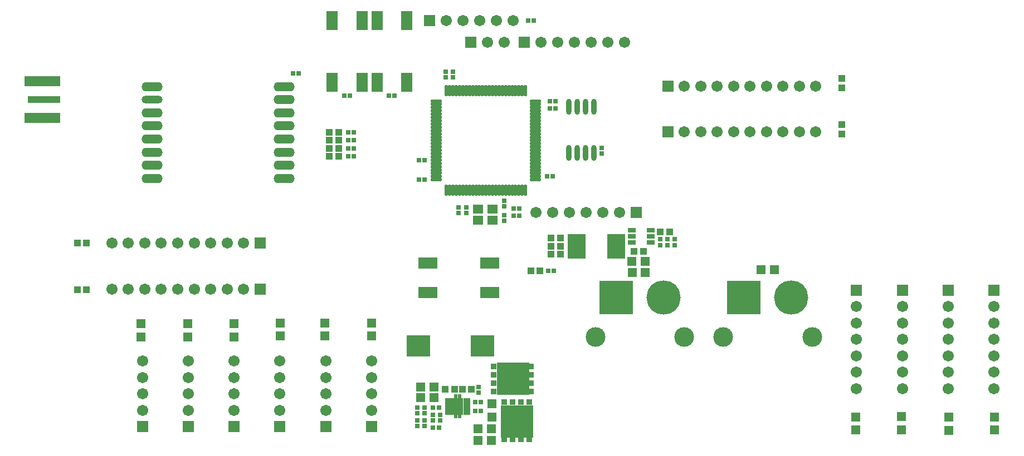
<source format=gts>
G04*
G04 #@! TF.GenerationSoftware,Altium Limited,Altium Designer,20.0.2 (26)*
G04*
G04 Layer_Color=8388736*
%FSLAX25Y25*%
%MOIN*%
G70*
G01*
G75*
%ADD23R,0.19685X0.03937*%
%ADD24R,0.21654X0.05906*%
%ADD46R,0.02762X0.02959*%
%ADD47R,0.05524X0.05288*%
%ADD48R,0.02959X0.02762*%
%ADD49R,0.05288X0.05524*%
%ADD50R,0.03950X0.04343*%
%ADD51R,0.14280X0.13084*%
%ADD52R,0.10642X0.14580*%
%ADD53O,0.12611X0.05524*%
%ADD54O,0.12611X0.04737*%
%ADD55R,0.19700X0.19300*%
%ADD56R,0.03750X0.04737*%
%ADD57R,0.03556X0.03753*%
%ADD58R,0.19300X0.19700*%
%ADD59R,0.04737X0.03750*%
%ADD60R,0.03753X0.03556*%
%ADD61R,0.11824X0.06706*%
%ADD62O,0.07099X0.01981*%
%ADD63O,0.01981X0.07099*%
%ADD64R,0.03950X0.01981*%
%ADD65R,0.06784X0.10249*%
%ADD66R,0.01981X0.03950*%
%ADD67O,0.03198X0.09479*%
%ADD68R,0.04737X0.02965*%
%ADD69R,0.06312X0.05524*%
%ADD70R,0.06706X0.11824*%
%ADD71R,0.04343X0.03950*%
%ADD72R,0.06706X0.06706*%
%ADD73C,0.06706*%
%ADD74R,0.06706X0.06706*%
%ADD75C,0.20485*%
%ADD76R,0.20485X0.20485*%
%ADD77C,0.11824*%
D23*
X91549Y416929D02*
D03*
D24*
X90565Y405905D02*
D03*
Y427953D02*
D03*
D46*
X352854Y235827D02*
D03*
X349508D02*
D03*
X240453Y432677D02*
D03*
X243799D02*
D03*
X318996Y368898D02*
D03*
X315650D02*
D03*
X393996Y416141D02*
D03*
X397342D02*
D03*
X375787Y347244D02*
D03*
X372441D02*
D03*
X392421Y370866D02*
D03*
X395767D02*
D03*
X384351Y464174D02*
D03*
X381004D02*
D03*
X393996Y411811D02*
D03*
X397342D02*
D03*
X324311Y232283D02*
D03*
X327657D02*
D03*
X375787Y351575D02*
D03*
X372441D02*
D03*
X352854Y230315D02*
D03*
X349508D02*
D03*
X324311Y220472D02*
D03*
X327657D02*
D03*
X318996Y380709D02*
D03*
X315650D02*
D03*
X396555Y314174D02*
D03*
X393209D02*
D03*
X276870Y383071D02*
D03*
X273524D02*
D03*
X276870Y387796D02*
D03*
X273524D02*
D03*
X276870Y392520D02*
D03*
X273524D02*
D03*
X276870Y397244D02*
D03*
X273524D02*
D03*
X301280Y419292D02*
D03*
X297933D02*
D03*
X271161Y419291D02*
D03*
X274508D02*
D03*
D47*
X577165Y218898D02*
D03*
Y226772D02*
D03*
X604331Y219029D02*
D03*
Y226903D02*
D03*
X632677Y218766D02*
D03*
Y226640D02*
D03*
X660236Y218898D02*
D03*
Y226772D02*
D03*
X149606Y282677D02*
D03*
Y274803D02*
D03*
X177362Y282677D02*
D03*
Y274803D02*
D03*
X205118Y282677D02*
D03*
Y274803D02*
D03*
X232677Y283071D02*
D03*
Y275197D02*
D03*
X259646Y283071D02*
D03*
Y275197D02*
D03*
X287402Y283071D02*
D03*
Y275197D02*
D03*
X359449Y226772D02*
D03*
Y234646D02*
D03*
D48*
X331890Y430216D02*
D03*
Y433563D02*
D03*
X339370Y352461D02*
D03*
Y349114D02*
D03*
X366929Y353051D02*
D03*
Y356398D02*
D03*
X336221Y430216D02*
D03*
Y433563D02*
D03*
X319292Y221161D02*
D03*
Y224508D02*
D03*
X366929Y344390D02*
D03*
Y347736D02*
D03*
X344095Y349114D02*
D03*
Y352461D02*
D03*
X324016Y224705D02*
D03*
Y228051D02*
D03*
X328347Y224705D02*
D03*
Y228051D02*
D03*
X425197Y387894D02*
D03*
Y384547D02*
D03*
X468898Y329823D02*
D03*
Y333169D02*
D03*
X319291Y232382D02*
D03*
Y229036D02*
D03*
X314960Y232382D02*
D03*
Y229036D02*
D03*
X314961Y221161D02*
D03*
Y224508D02*
D03*
X351575Y241240D02*
D03*
Y244586D02*
D03*
X464567Y329823D02*
D03*
Y333169D02*
D03*
X460236Y333170D02*
D03*
Y329823D02*
D03*
D49*
X351181Y212598D02*
D03*
X359055D02*
D03*
X351165Y219547D02*
D03*
X359039D02*
D03*
X520472Y314961D02*
D03*
X528346D02*
D03*
X316854Y244685D02*
D03*
X324728D02*
D03*
X316929Y238189D02*
D03*
X324803D02*
D03*
X451295Y313441D02*
D03*
X443421D02*
D03*
X451181Y320079D02*
D03*
X443307D02*
D03*
D50*
X337008Y243307D02*
D03*
X331496D02*
D03*
X347244D02*
D03*
X341732D02*
D03*
X465748Y337795D02*
D03*
X460236D02*
D03*
X444488Y325984D02*
D03*
X450000D02*
D03*
X394882Y333858D02*
D03*
X400394D02*
D03*
X394882Y329134D02*
D03*
X400394D02*
D03*
X394882Y324410D02*
D03*
X400394D02*
D03*
X388189Y314173D02*
D03*
X382677D02*
D03*
X267717Y383071D02*
D03*
X262205D02*
D03*
X267717Y387795D02*
D03*
X262205D02*
D03*
X267717Y392520D02*
D03*
X262205D02*
D03*
X267717Y397244D02*
D03*
X262205D02*
D03*
X111417Y331102D02*
D03*
X116929D02*
D03*
X111417Y303150D02*
D03*
X116929D02*
D03*
D51*
X315441Y269291D02*
D03*
X353850D02*
D03*
D52*
X433858Y329134D02*
D03*
X410236D02*
D03*
D53*
X156299Y401181D02*
D03*
Y409055D02*
D03*
Y424803D02*
D03*
Y393307D02*
D03*
Y385433D02*
D03*
Y377559D02*
D03*
Y369685D02*
D03*
X235039D02*
D03*
Y377559D02*
D03*
Y385433D02*
D03*
Y393307D02*
D03*
Y424803D02*
D03*
Y416929D02*
D03*
Y409055D02*
D03*
Y401181D02*
D03*
D54*
X156299Y416929D02*
D03*
D55*
X374410Y223854D02*
D03*
D56*
X381909Y213957D02*
D03*
X376909D02*
D03*
X371909D02*
D03*
X366910D02*
D03*
D57*
Y235649D02*
D03*
X371909D02*
D03*
X376909D02*
D03*
X381909D02*
D03*
D58*
X372209Y249606D02*
D03*
D59*
X382106Y257106D02*
D03*
Y252106D02*
D03*
Y247106D02*
D03*
Y242106D02*
D03*
D60*
X360414D02*
D03*
Y247106D02*
D03*
Y252106D02*
D03*
Y257106D02*
D03*
D61*
X358268Y301378D02*
D03*
X321260D02*
D03*
X358268Y319094D02*
D03*
X321260D02*
D03*
D62*
X326182Y368898D02*
D03*
Y370866D02*
D03*
Y372835D02*
D03*
Y374803D02*
D03*
Y376772D02*
D03*
Y378740D02*
D03*
Y380709D02*
D03*
Y382677D02*
D03*
Y384646D02*
D03*
Y386614D02*
D03*
Y388583D02*
D03*
Y390552D02*
D03*
Y392520D02*
D03*
Y394489D02*
D03*
Y396457D02*
D03*
Y398426D02*
D03*
Y400394D02*
D03*
Y402363D02*
D03*
Y404331D02*
D03*
Y406300D02*
D03*
Y408268D02*
D03*
Y410237D02*
D03*
Y412205D02*
D03*
Y414174D02*
D03*
Y416142D02*
D03*
X385630D02*
D03*
Y414174D02*
D03*
Y412205D02*
D03*
Y410237D02*
D03*
Y408268D02*
D03*
Y406300D02*
D03*
Y404331D02*
D03*
Y402363D02*
D03*
Y400394D02*
D03*
Y398426D02*
D03*
Y396457D02*
D03*
Y394489D02*
D03*
Y392520D02*
D03*
Y390552D02*
D03*
Y388583D02*
D03*
Y386614D02*
D03*
Y384646D02*
D03*
Y382677D02*
D03*
Y380709D02*
D03*
Y378740D02*
D03*
Y376772D02*
D03*
Y374803D02*
D03*
Y372835D02*
D03*
Y370866D02*
D03*
Y368898D02*
D03*
D63*
X332283Y422244D02*
D03*
X334251D02*
D03*
X336221D02*
D03*
X338189D02*
D03*
X340158D02*
D03*
X342126D02*
D03*
X344094D02*
D03*
X346062D02*
D03*
X348031D02*
D03*
X349999D02*
D03*
X351969D02*
D03*
X353938D02*
D03*
X355906D02*
D03*
X357874D02*
D03*
X359842D02*
D03*
X361811D02*
D03*
X363779D02*
D03*
X365749D02*
D03*
X367717D02*
D03*
X369686D02*
D03*
X371654D02*
D03*
X373622D02*
D03*
X375590D02*
D03*
X377559D02*
D03*
X379527D02*
D03*
Y362796D02*
D03*
X377559D02*
D03*
X375590D02*
D03*
X373622D02*
D03*
X371654D02*
D03*
X369686D02*
D03*
X367717D02*
D03*
X365749D02*
D03*
X363779D02*
D03*
X361811D02*
D03*
X359842D02*
D03*
X357874D02*
D03*
X355906D02*
D03*
X353938D02*
D03*
X351969D02*
D03*
X349999D02*
D03*
X348031D02*
D03*
X346062D02*
D03*
X344094D02*
D03*
X342126D02*
D03*
X340158D02*
D03*
X338189D02*
D03*
X336221D02*
D03*
X334251D02*
D03*
X332283D02*
D03*
D64*
X333470Y236993D02*
D03*
Y235024D02*
D03*
Y233056D02*
D03*
Y231087D02*
D03*
Y229119D02*
D03*
X344482Y229150D02*
D03*
Y231119D02*
D03*
Y233087D02*
D03*
Y237024D02*
D03*
Y235056D02*
D03*
D65*
X338976Y233071D02*
D03*
D66*
X340158Y238189D02*
D03*
X337795D02*
D03*
X340158Y227953D02*
D03*
X337795D02*
D03*
D67*
X420492Y412765D02*
D03*
X415492D02*
D03*
X410492D02*
D03*
X405492D02*
D03*
X420492Y384873D02*
D03*
X415492D02*
D03*
X410492D02*
D03*
X405492D02*
D03*
D68*
X454331Y331299D02*
D03*
Y335039D02*
D03*
Y338779D02*
D03*
X443307D02*
D03*
Y335039D02*
D03*
Y331299D02*
D03*
D69*
X359842Y351378D02*
D03*
X351181D02*
D03*
Y344685D02*
D03*
X359842D02*
D03*
D70*
X281693Y464173D02*
D03*
Y427165D02*
D03*
X263976Y464173D02*
D03*
Y427165D02*
D03*
X308465Y464173D02*
D03*
Y427165D02*
D03*
X290748Y464173D02*
D03*
Y427165D02*
D03*
D71*
X568898Y429528D02*
D03*
Y424016D02*
D03*
Y401968D02*
D03*
Y396457D02*
D03*
D72*
X577559Y302756D02*
D03*
X604987D02*
D03*
X632415D02*
D03*
X659842D02*
D03*
X150327Y220866D02*
D03*
X177819D02*
D03*
X205311D02*
D03*
X232610Y220866D02*
D03*
X260102D02*
D03*
X287595D02*
D03*
D73*
X577559Y292913D02*
D03*
Y273228D02*
D03*
Y283071D02*
D03*
Y253543D02*
D03*
Y263386D02*
D03*
Y243701D02*
D03*
X604987Y292913D02*
D03*
Y273228D02*
D03*
Y283071D02*
D03*
Y253543D02*
D03*
Y263386D02*
D03*
Y243701D02*
D03*
X132106Y330842D02*
D03*
X191161D02*
D03*
X201004D02*
D03*
X171476D02*
D03*
X181319D02*
D03*
X161634D02*
D03*
X151791D02*
D03*
X141949D02*
D03*
X210846D02*
D03*
X132106Y303350D02*
D03*
X191161D02*
D03*
X201004D02*
D03*
X171476D02*
D03*
X181319D02*
D03*
X161634D02*
D03*
X151791D02*
D03*
X141949D02*
D03*
X210846D02*
D03*
X632415Y292913D02*
D03*
Y273228D02*
D03*
Y283071D02*
D03*
Y253543D02*
D03*
Y263386D02*
D03*
Y243701D02*
D03*
X659842Y292913D02*
D03*
Y273228D02*
D03*
Y283071D02*
D03*
Y253543D02*
D03*
Y263386D02*
D03*
Y243701D02*
D03*
X553307Y424996D02*
D03*
X494252D02*
D03*
X484410D02*
D03*
X513937D02*
D03*
X504095D02*
D03*
X523779D02*
D03*
X533622D02*
D03*
X543465D02*
D03*
X474567D02*
D03*
X553307Y397504D02*
D03*
X494252D02*
D03*
X484410D02*
D03*
X513937D02*
D03*
X504095D02*
D03*
X523779D02*
D03*
X533622D02*
D03*
X543465D02*
D03*
X474567D02*
D03*
X150327Y230709D02*
D03*
Y250394D02*
D03*
Y240551D02*
D03*
Y260236D02*
D03*
X177819Y230709D02*
D03*
Y250394D02*
D03*
Y240551D02*
D03*
Y260236D02*
D03*
X205311Y230709D02*
D03*
Y250394D02*
D03*
Y240551D02*
D03*
Y260236D02*
D03*
X232610Y230709D02*
D03*
Y250394D02*
D03*
Y240551D02*
D03*
Y260236D02*
D03*
X356693Y451181D02*
D03*
X366693D02*
D03*
X260102Y230709D02*
D03*
Y250394D02*
D03*
Y240551D02*
D03*
Y260236D02*
D03*
X287595Y230709D02*
D03*
Y250394D02*
D03*
Y240551D02*
D03*
Y260236D02*
D03*
X372244Y464173D02*
D03*
X352244D02*
D03*
X342244D02*
D03*
X332244D02*
D03*
X362244D02*
D03*
X438661Y451181D02*
D03*
X418661D02*
D03*
X388661D02*
D03*
X398661D02*
D03*
X408661D02*
D03*
X428661D02*
D03*
X385748Y349213D02*
D03*
X405748D02*
D03*
X435748D02*
D03*
X425748D02*
D03*
X415748D02*
D03*
X395748D02*
D03*
D74*
X220689Y330842D02*
D03*
Y303350D02*
D03*
X464724Y424996D02*
D03*
Y397504D02*
D03*
X346693Y451181D02*
D03*
X322244Y464173D02*
D03*
X378661Y451181D02*
D03*
X445748Y349213D02*
D03*
D75*
X538583Y298425D02*
D03*
X462205D02*
D03*
D76*
X510236D02*
D03*
X433858D02*
D03*
D77*
X497835Y274803D02*
D03*
X550984D02*
D03*
X421457D02*
D03*
X474606D02*
D03*
M02*

</source>
